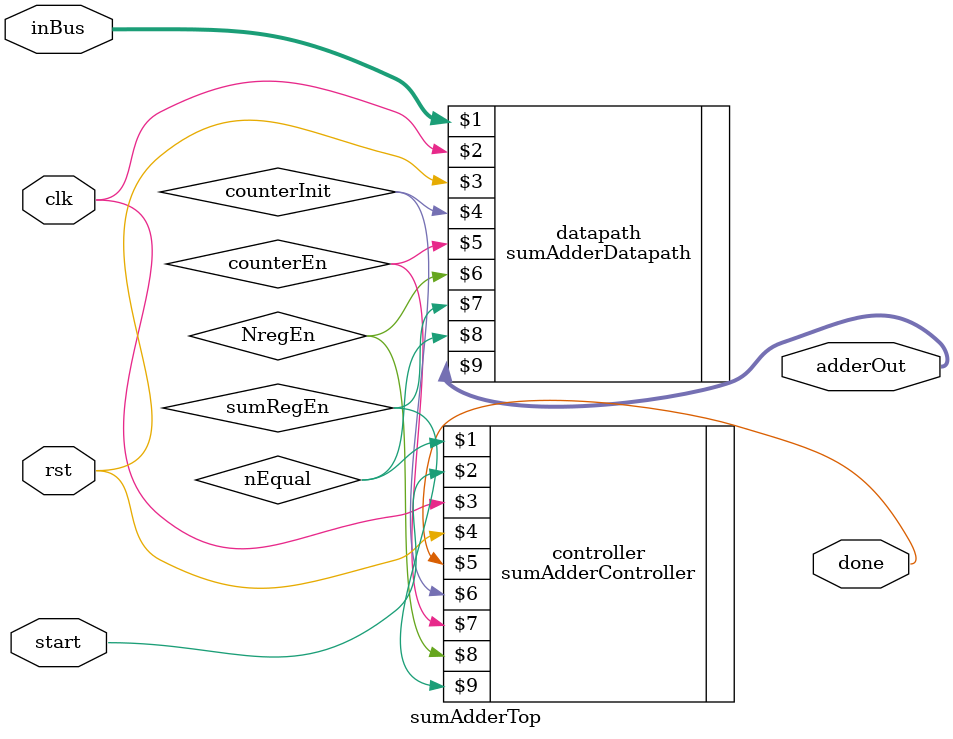
<source format=v>
module sumAdderTop(input start, clk, rst, input [7:0] inBus, output done, output [15:0] adderOut);

	
	wire counterInit, counterEn, NregEn, sumRegEn, nEqual;
	
	sumAdderController controller(nEqual, start, clk, rst, done, counterInit, counterEn, NregEn, sumRegEn);
	sumAdderDatapath datapath(inBus, clk, rst, counterInit, counterEn, NregEn, sumRegEn, nEqual, adderOut);

endmodule



//module SATB();
//
//	reg start, clk, rst;
//	reg [7:0] inBus;
//	wire done;
//	wire [15:0] adderOut;
//
//	sumAdderTop UUT(start, clk, rst, inBus, done, adderOut);
//	
//	initial begin
//	
//		rst = 1;
//		inBus = 8'b00000000;
//		start = 0;
//		clk = 0;
//		
//		#100;
//		rst = 0;
//		#100;
//		inBus = 8'b00010000;
//		start = 1;
//		#200;
//		start = 0;
//	end
//	
//	
//	
//	always #50 clk = ~clk;
//
//endmodule

</source>
